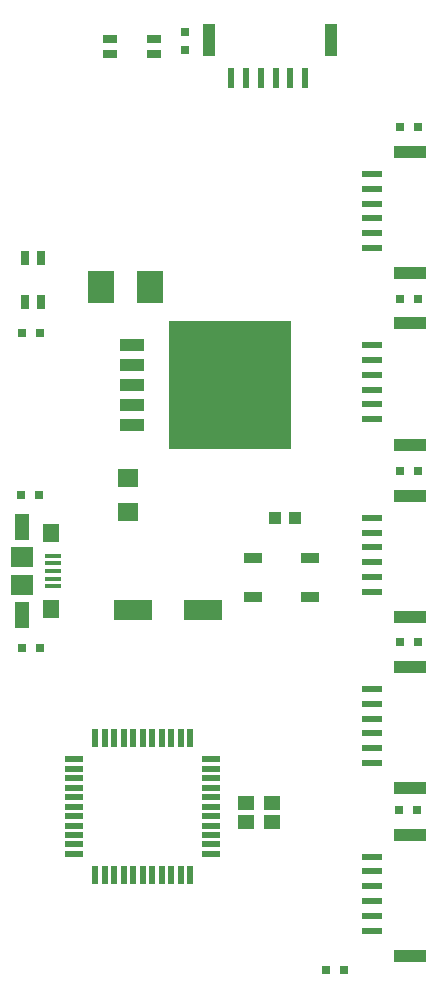
<source format=gbr>
G04 EAGLE Gerber RS-274X export*
G75*
%MOMM*%
%FSLAX34Y34*%
%LPD*%
%INSolderpaste Top*%
%IPPOS*%
%AMOC8*
5,1,8,0,0,1.08239X$1,22.5*%
G01*
%ADD10R,0.800000X0.800000*%
%ADD11R,10.410000X10.800000*%
%ADD12R,2.159000X1.066800*%
%ADD13R,0.500000X1.500000*%
%ADD14R,1.500000X0.500000*%
%ADD15R,1.400000X1.200000*%
%ADD16R,3.302000X1.778000*%
%ADD17R,0.635000X1.270000*%
%ADD18R,0.660400X1.270000*%
%ADD19R,2.700000X1.000000*%
%ADD20R,1.700000X0.600000*%
%ADD21R,1.000000X2.700000*%
%ADD22R,0.600000X1.700000*%
%ADD23R,1.270000X0.635000*%
%ADD24R,1.270000X0.660400*%
%ADD25R,1.500000X0.900000*%
%ADD26R,1.100000X1.000000*%
%ADD27R,1.350000X0.400000*%
%ADD28R,1.400000X1.600000*%
%ADD29R,1.300000X2.300000*%
%ADD30R,1.900000X1.800000*%
%ADD31R,2.286000X2.794000*%
%ADD32R,1.803000X1.600000*%


D10*
X31280Y611690D03*
X16280Y611690D03*
X15360Y474500D03*
X30360Y474500D03*
X31390Y345500D03*
X16390Y345500D03*
D11*
X192520Y567640D03*
D12*
X109208Y601676D03*
X109208Y584658D03*
X109208Y567640D03*
X109208Y550622D03*
X109208Y533604D03*
D13*
X78490Y152860D03*
X86490Y152860D03*
X94490Y152860D03*
X102490Y152860D03*
X110490Y152860D03*
X118490Y152860D03*
X126490Y152860D03*
X134490Y152860D03*
X142490Y152860D03*
X150490Y152860D03*
X158490Y152860D03*
D14*
X176490Y170860D03*
X176490Y178860D03*
X176490Y186860D03*
X176490Y194860D03*
X176490Y202860D03*
X176490Y210860D03*
X176490Y218860D03*
X176490Y226860D03*
X176490Y234860D03*
X176490Y242860D03*
X176490Y250860D03*
D13*
X158490Y268860D03*
X150490Y268860D03*
X142490Y268860D03*
X134490Y268860D03*
X126490Y268860D03*
X118490Y268860D03*
X110490Y268860D03*
X102490Y268860D03*
X94490Y268860D03*
X86490Y268860D03*
X78490Y268860D03*
D14*
X60490Y250860D03*
X60490Y242860D03*
X60490Y234860D03*
X60490Y226860D03*
X60490Y218860D03*
X60490Y210860D03*
X60490Y202860D03*
X60490Y194860D03*
X60490Y186860D03*
X60490Y178860D03*
X60490Y170860D03*
D15*
X228000Y198000D03*
X228000Y214000D03*
X206000Y214000D03*
X206000Y198000D03*
D16*
X169591Y377000D03*
X110409Y377000D03*
D17*
X32000Y638000D03*
X19000Y638000D03*
D18*
X32000Y675000D03*
X19000Y675000D03*
D19*
X345000Y517500D03*
X345000Y620000D03*
D20*
X313000Y539000D03*
X313000Y551500D03*
X313000Y564000D03*
X313000Y576500D03*
X313000Y589000D03*
X313000Y601500D03*
D19*
X345000Y662500D03*
X345000Y765000D03*
D20*
X313000Y684000D03*
X313000Y696500D03*
X313000Y709000D03*
X313000Y721500D03*
X313000Y734000D03*
X313000Y746500D03*
D21*
X277500Y860000D03*
X175000Y860000D03*
D22*
X256000Y828000D03*
X243500Y828000D03*
X231000Y828000D03*
X218500Y828000D03*
X206000Y828000D03*
X193500Y828000D03*
D19*
X345000Y371500D03*
X345000Y474000D03*
D20*
X313000Y393000D03*
X313000Y405500D03*
X313000Y418000D03*
X313000Y430500D03*
X313000Y443000D03*
X313000Y455500D03*
D19*
X345000Y226500D03*
X345000Y329000D03*
D20*
X313000Y248000D03*
X313000Y260500D03*
X313000Y273000D03*
X313000Y285500D03*
X313000Y298000D03*
X313000Y310500D03*
D19*
X345000Y84500D03*
X345000Y187000D03*
D20*
X313000Y106000D03*
X313000Y118500D03*
X313000Y131000D03*
X313000Y143500D03*
X313000Y156000D03*
X313000Y168500D03*
D23*
X91000Y848000D03*
X91000Y861000D03*
D24*
X128000Y848000D03*
X128000Y861000D03*
D10*
X154000Y851500D03*
X154000Y866500D03*
X336500Y786000D03*
X351500Y786000D03*
X336500Y641000D03*
X351500Y641000D03*
X336500Y495000D03*
X351500Y495000D03*
X336500Y350000D03*
X351500Y350000D03*
X335500Y208000D03*
X350500Y208000D03*
D25*
X260500Y388500D03*
X260500Y421500D03*
X211500Y388500D03*
X211500Y421500D03*
D26*
X247500Y455000D03*
X230500Y455000D03*
D10*
X288500Y73000D03*
X273500Y73000D03*
D27*
X42700Y423400D03*
X42700Y416900D03*
X42700Y410400D03*
X42700Y403900D03*
X42700Y397400D03*
D28*
X40450Y442400D03*
X40450Y378400D03*
D29*
X15950Y372900D03*
X15950Y447900D03*
D30*
X15950Y421900D03*
X15950Y398900D03*
D31*
X83540Y651000D03*
X124460Y651000D03*
D32*
X106000Y460780D03*
X106000Y489220D03*
M02*

</source>
